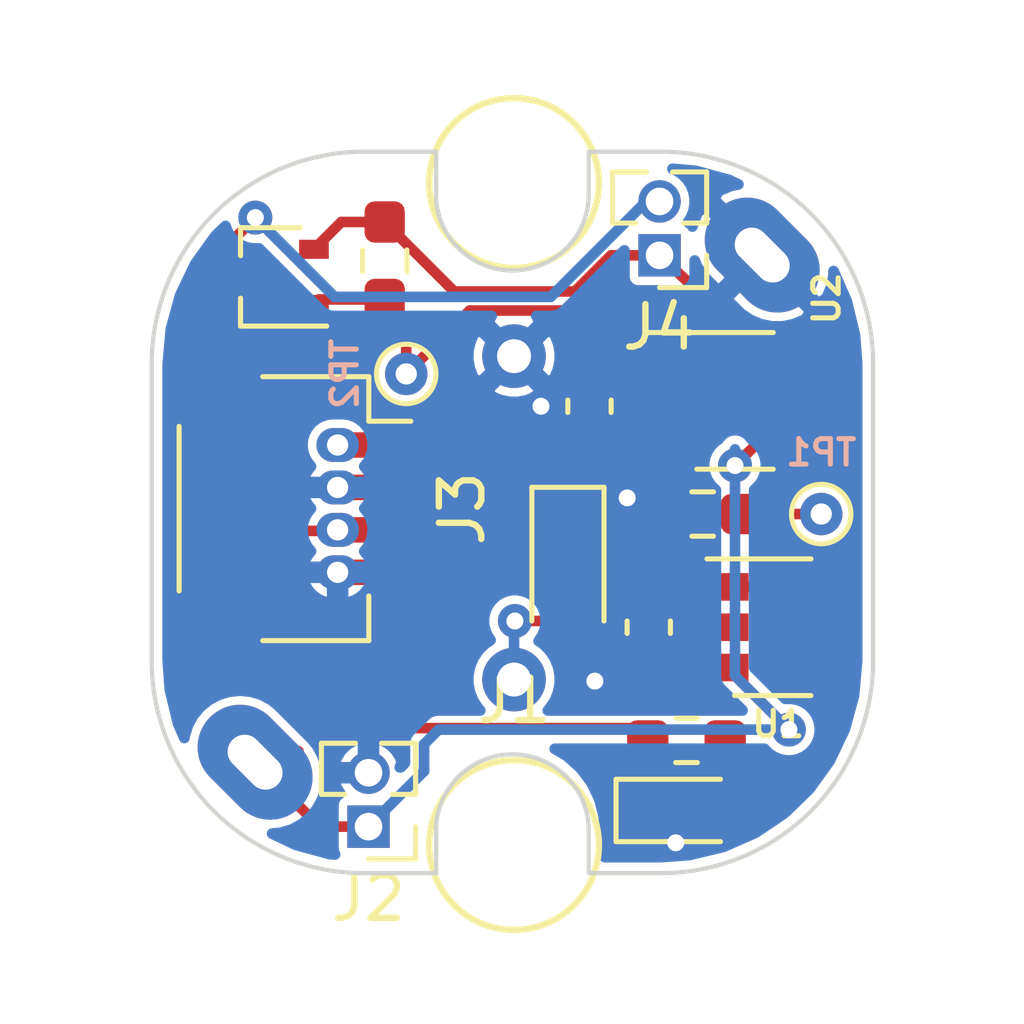
<source format=kicad_pcb>
(kicad_pcb (version 20171130) (host pcbnew 5.1.8)

  (general
    (thickness 1.6)
    (drawings 18)
    (tracks 108)
    (zones 0)
    (modules 17)
    (nets 10)
  )

  (page A4)
  (layers
    (0 F.Cu signal)
    (31 B.Cu signal)
    (32 B.Adhes user hide)
    (33 F.Adhes user)
    (34 B.Paste user hide)
    (35 F.Paste user hide)
    (36 B.SilkS user)
    (37 F.SilkS user)
    (38 B.Mask user hide)
    (39 F.Mask user hide)
    (40 Dwgs.User user)
    (41 Cmts.User user hide)
    (42 Eco1.User user)
    (43 Eco2.User user hide)
    (44 Edge.Cuts user)
    (45 Margin user hide)
    (46 B.CrtYd user hide)
    (47 F.CrtYd user)
    (48 B.Fab user hide)
    (49 F.Fab user hide)
  )

  (setup
    (last_trace_width 0.25)
    (trace_clearance 0.2)
    (zone_clearance 0.2)
    (zone_45_only no)
    (trace_min 0.2)
    (via_size 0.8)
    (via_drill 0.4)
    (via_min_size 0.4)
    (via_min_drill 0.3)
    (uvia_size 0.3)
    (uvia_drill 0.1)
    (uvias_allowed no)
    (uvia_min_size 0.2)
    (uvia_min_drill 0.1)
    (edge_width 0.05)
    (segment_width 0.2)
    (pcb_text_width 0.3)
    (pcb_text_size 1.5 1.5)
    (mod_edge_width 0.12)
    (mod_text_size 1 1)
    (mod_text_width 0.15)
    (pad_size 3 2)
    (pad_drill 1.5)
    (pad_to_mask_clearance 0)
    (aux_axis_origin 50.038 50.038)
    (visible_elements FFFFFF7F)
    (pcbplotparams
      (layerselection 0x010fc_ffffffff)
      (usegerberextensions false)
      (usegerberattributes false)
      (usegerberadvancedattributes false)
      (creategerberjobfile false)
      (excludeedgelayer true)
      (linewidth 0.100000)
      (plotframeref false)
      (viasonmask false)
      (mode 1)
      (useauxorigin true)
      (hpglpennumber 1)
      (hpglpenspeed 20)
      (hpglpendiameter 15.000000)
      (psnegative false)
      (psa4output false)
      (plotreference true)
      (plotvalue true)
      (plotinvisibletext false)
      (padsonsilk false)
      (subtractmaskfromsilk false)
      (outputformat 1)
      (mirror false)
      (drillshape 0)
      (scaleselection 1)
      (outputdirectory "out"))
  )

  (net 0 "")
  (net 1 -BATT)
  (net 2 +BATT)
  (net 3 VBUS)
  (net 4 "Net-(D1-Pad2)")
  (net 5 /TOUCH_SENSE)
  (net 6 /POWER_OUT)
  (net 7 /POWER_EN)
  (net 8 "Net-(R1-Pad1)")
  (net 9 "Net-(D2-Pad2)")

  (net_class Default "This is the default net class."
    (clearance 0.2)
    (trace_width 0.25)
    (via_dia 0.8)
    (via_drill 0.4)
    (uvia_dia 0.3)
    (uvia_drill 0.1)
    (add_net +BATT)
    (add_net -BATT)
    (add_net /POWER_EN)
    (add_net /POWER_OUT)
    (add_net /TOUCH_SENSE)
    (add_net "Net-(D1-Pad2)")
    (add_net "Net-(D2-Pad2)")
    (add_net "Net-(R1-Pad1)")
    (add_net VBUS)
  )

  (module charging:JST_SH_SM04B-SRSS-TB_1x04-1MP_P1.00mm_Horizontal (layer F.Cu) (tedit 5FBAA8A8) (tstamp 5FB19006)
    (at 44.831 49.911 270)
    (descr "JST SH series connector, SM04B-SRSS-TB (http://www.jst-mfg.com/product/pdf/eng/eSH.pdf), generated with kicad-footprint-generator")
    (tags "connector JST SH top entry")
    (path /5FB07352)
    (attr smd)
    (fp_text reference J3 (at 0 -3.98 90) (layer F.SilkS)
      (effects (font (size 1 1) (thickness 0.15)))
    )
    (fp_text value Conn_01x04 (at 0 3.98 90) (layer F.Fab)
      (effects (font (size 1 1) (thickness 0.15)))
    )
    (fp_text user %R (at 0 0 90) (layer F.Fab)
      (effects (font (size 1 1) (thickness 0.15)))
    )
    (fp_line (start -1.5 -0.967893) (end -1 -1.675) (layer F.Fab) (width 0.1))
    (fp_line (start -2 -1.675) (end -1.5 -0.967893) (layer F.Fab) (width 0.1))
    (fp_line (start 3.9 -3.28) (end -3.9 -3.28) (layer F.CrtYd) (width 0.05))
    (fp_line (start 3.9 3.28) (end 3.9 -3.28) (layer F.CrtYd) (width 0.05))
    (fp_line (start -3.9 3.28) (end 3.9 3.28) (layer F.CrtYd) (width 0.05))
    (fp_line (start -3.9 -3.28) (end -3.9 3.28) (layer F.CrtYd) (width 0.05))
    (fp_line (start 3 -1.675) (end 3 2.575) (layer F.Fab) (width 0.1))
    (fp_line (start -3 -1.675) (end -3 2.575) (layer F.Fab) (width 0.1))
    (fp_line (start -3 2.575) (end 3 2.575) (layer F.Fab) (width 0.1))
    (fp_line (start -1.94 2.685) (end 1.94 2.685) (layer F.SilkS) (width 0.12))
    (fp_line (start 3.11 -1.785) (end 2.06 -1.785) (layer F.SilkS) (width 0.12))
    (fp_line (start 3.11 0.715) (end 3.11 -1.785) (layer F.SilkS) (width 0.12))
    (fp_line (start -2.06 -1.785) (end -2.06 -2.775) (layer F.SilkS) (width 0.12))
    (fp_line (start -3.11 -1.785) (end -2.06 -1.785) (layer F.SilkS) (width 0.12))
    (fp_line (start -3.11 0.715) (end -3.11 -1.785) (layer F.SilkS) (width 0.12))
    (fp_line (start -3 -1.675) (end 3 -1.675) (layer F.Fab) (width 0.1))
    (pad 4 thru_hole oval (at 1.5 -1.05 270) (size 0.8 1) (drill 0.5) (layers *.Cu *.Mask)
      (net 1 -BATT))
    (pad 3 thru_hole oval (at 0.5 -1.05 270) (size 0.8 1) (drill 0.5) (layers *.Cu *.Mask)
      (net 6 /POWER_OUT))
    (pad 2 thru_hole oval (at -0.5 -1.05 270) (size 0.8 1) (drill 0.5) (layers *.Cu *.Mask)
      (net 1 -BATT))
    (pad 1 thru_hole oval (at -1.5 -1.05 270) (size 0.8 1) (drill 0.5) (layers *.Cu *.Mask)
      (net 5 /TOUCH_SENSE))
    (pad MP smd roundrect (at 2.8 1.875 270) (size 1.2 1.8) (layers F.Cu F.Paste F.Mask) (roundrect_rratio 0.208333))
    (pad MP smd roundrect (at -2.8 1.875 270) (size 1.2 1.8) (layers F.Cu F.Paste F.Mask) (roundrect_rratio 0.208333))
    (pad 4 smd roundrect (at 1.5 -2 270) (size 0.6 1.55) (layers F.Cu F.Paste F.Mask) (roundrect_rratio 0.25)
      (net 1 -BATT))
    (pad 3 smd roundrect (at 0.5 -2 270) (size 0.6 1.55) (layers F.Cu F.Paste F.Mask) (roundrect_rratio 0.25)
      (net 6 /POWER_OUT))
    (pad 2 smd roundrect (at -0.5 -2 270) (size 0.6 1.55) (layers F.Cu F.Paste F.Mask) (roundrect_rratio 0.25)
      (net 1 -BATT))
    (pad 1 smd roundrect (at -1.5 -2 270) (size 0.6 1.55) (layers F.Cu F.Paste F.Mask) (roundrect_rratio 0.25)
      (net 5 /TOUCH_SENSE))
    (model ${KISYS3DMOD}/Connector_JST.3dshapes/JST_SH_SM04B-SRSS-TB_1x04-1MP_P1.00mm_Horizontal.wrl
      (at (xyz 0 0 0))
      (scale (xyz 1 1 1))
      (rotate (xyz 0 0 0))
    )
  )

  (module charging:magconnect4-poweronly (layer F.Cu) (tedit 5FBAA559) (tstamp 5FB18A8F)
    (at 50.038 50.038)
    (path /5FB0528F)
    (fp_text reference J1 (at 0 4.4) (layer F.SilkS)
      (effects (font (size 1 1) (thickness 0.15)))
    )
    (fp_text value Conn_01x04 (at 0 -0.5) (layer F.Fab)
      (effects (font (size 1 1) (thickness 0.15)))
    )
    (fp_circle (center 0 -7.8) (end 2 -7.8) (layer F.SilkS) (width 0.15))
    (fp_circle (center 0 7.8) (end 2 7.8) (layer F.SilkS) (width 0.15))
    (fp_line (start -2.45 -9.9) (end 2.55 -9.9) (layer B.CrtYd) (width 0.15))
    (fp_line (start 2.55 -9.9) (end 2.55 10.1) (layer B.CrtYd) (width 0.15))
    (fp_line (start 2.55 10.1) (end -2.45 10.1) (layer B.CrtYd) (width 0.15))
    (fp_line (start -2.45 10.1) (end -2.45 -9.9) (layer B.CrtYd) (width 0.15))
    (pad 4 thru_hole circle (at 0 -3.72) (size 1.5 1.5) (drill 0.8) (layers B.Cu B.Mask)
      (net 1 -BATT))
    (pad 1 thru_hole circle (at 0 3.9) (size 1.5 1.5) (drill 0.8) (layers B.Cu B.Mask)
      (net 4 "Net-(D1-Pad2)"))
  )

  (module charging:TestPoint_THTPad_D1.0mm_Drill0.5mm (layer F.Cu) (tedit 5FBAA476) (tstamp 5FBA8988)
    (at 47.498 46.736 90)
    (descr "THT pad as test Point, diameter 1.0mm, hole diameter 0.5mm")
    (tags "test point THT pad")
    (path /5FC1BDE4)
    (attr virtual)
    (fp_text reference TP2 (at 0 -1.448 90) (layer B.SilkS)
      (effects (font (size 0.6 0.6) (thickness 0.12)) (justify mirror))
    )
    (fp_text value TestPoint (at 0 1.55 90) (layer F.Fab)
      (effects (font (size 1 1) (thickness 0.15)))
    )
    (fp_text user %R (at 0 -1.45 90) (layer F.Fab)
      (effects (font (size 1 1) (thickness 0.15)))
    )
    (fp_circle (center 0 0) (end 0 0.7) (layer F.SilkS) (width 0.12))
    (pad 1 thru_hole circle (at 0 0 90) (size 1 1) (drill 0.5) (layers *.Cu *.Mask)
      (net 7 /POWER_EN))
  )

  (module charging:TestPoint_THTPad_D1.0mm_Drill0.5mm (layer F.Cu) (tedit 5FBAA476) (tstamp 5FBA6D6B)
    (at 57.277 50.038)
    (descr "THT pad as test Point, diameter 1.0mm, hole diameter 0.5mm")
    (tags "test point THT pad")
    (path /5FC1E27F)
    (attr virtual)
    (fp_text reference TP1 (at 0 -1.448) (layer B.SilkS)
      (effects (font (size 0.6 0.6) (thickness 0.12)) (justify mirror))
    )
    (fp_text value TestPoint (at 0 1.55) (layer F.Fab)
      (effects (font (size 1 1) (thickness 0.15)))
    )
    (fp_text user %R (at 0 -1.45) (layer F.Fab)
      (effects (font (size 1 1) (thickness 0.15)))
    )
    (fp_circle (center 0 0) (end 0 0.7) (layer F.SilkS) (width 0.12))
    (pad 1 thru_hole circle (at 0 0) (size 1 1) (drill 0.5) (layers *.Cu *.Mask)
      (net 8 "Net-(R1-Pad1)"))
  )

  (module charging:batt-lir-2012 (layer F.Cu) (tedit 5FB181EC) (tstamp 5FBB1C07)
    (at 49.911 49.911 135)
    (path /5FB07F1B)
    (fp_text reference BT1 (at 0 0.5 135) (layer F.SilkS) hide
      (effects (font (size 1 1) (thickness 0.15)))
    )
    (fp_text value Battery_Cell (at 0 -0.5 135) (layer F.Fab)
      (effects (font (size 1 1) (thickness 0.15)))
    )
    (fp_circle (center 0 0) (end 8 0) (layer Cmts.User) (width 0.15))
    (pad 2 thru_hole oval (at 0 8.45 135) (size 3 2) (drill oval 1.5 0.8) (layers *.Cu *.Mask)
      (net 1 -BATT))
    (pad 1 thru_hole oval (at 0 -8.45 135) (size 3 2) (drill oval 1.5 0.8) (layers *.Cu *.Mask)
      (net 2 +BATT))
  )

  (module Connector_PinHeader_1.27mm:PinHeader_1x02_P1.27mm_Vertical (layer F.Cu) (tedit 59FED6E3) (tstamp 5FB1735D)
    (at 53.467 43.942 180)
    (descr "Through hole straight pin header, 1x02, 1.27mm pitch, single row")
    (tags "Through hole pin header THT 1x02 1.27mm single row")
    (path /5FB077D2)
    (fp_text reference J4 (at 0 -1.695) (layer F.SilkS)
      (effects (font (size 1 1) (thickness 0.15)))
    )
    (fp_text value Conn_01x02 (at 0 2.965) (layer F.Fab)
      (effects (font (size 1 1) (thickness 0.15)))
    )
    (fp_line (start -0.525 -0.635) (end 1.05 -0.635) (layer F.Fab) (width 0.1))
    (fp_line (start 1.05 -0.635) (end 1.05 1.905) (layer F.Fab) (width 0.1))
    (fp_line (start 1.05 1.905) (end -1.05 1.905) (layer F.Fab) (width 0.1))
    (fp_line (start -1.05 1.905) (end -1.05 -0.11) (layer F.Fab) (width 0.1))
    (fp_line (start -1.05 -0.11) (end -0.525 -0.635) (layer F.Fab) (width 0.1))
    (fp_line (start -1.11 1.965) (end -0.30753 1.965) (layer F.SilkS) (width 0.12))
    (fp_line (start 0.30753 1.965) (end 1.11 1.965) (layer F.SilkS) (width 0.12))
    (fp_line (start -1.11 0.76) (end -1.11 1.965) (layer F.SilkS) (width 0.12))
    (fp_line (start 1.11 0.76) (end 1.11 1.965) (layer F.SilkS) (width 0.12))
    (fp_line (start -1.11 0.76) (end -0.563471 0.76) (layer F.SilkS) (width 0.12))
    (fp_line (start 0.563471 0.76) (end 1.11 0.76) (layer F.SilkS) (width 0.12))
    (fp_line (start -1.11 0) (end -1.11 -0.76) (layer F.SilkS) (width 0.12))
    (fp_line (start -1.11 -0.76) (end 0 -0.76) (layer F.SilkS) (width 0.12))
    (fp_line (start -1.55 -1.15) (end -1.55 2.45) (layer F.CrtYd) (width 0.05))
    (fp_line (start -1.55 2.45) (end 1.55 2.45) (layer F.CrtYd) (width 0.05))
    (fp_line (start 1.55 2.45) (end 1.55 -1.15) (layer F.CrtYd) (width 0.05))
    (fp_line (start 1.55 -1.15) (end -1.55 -1.15) (layer F.CrtYd) (width 0.05))
    (fp_text user %R (at 0 0.635 90) (layer F.Fab)
      (effects (font (size 1 1) (thickness 0.15)))
    )
    (pad 2 thru_hole oval (at 0 1.27 180) (size 1 1) (drill 0.65) (layers *.Cu *.Mask)
      (net 6 /POWER_OUT))
    (pad 1 thru_hole rect (at 0 0 180) (size 1 1) (drill 0.65) (layers *.Cu *.Mask)
      (net 2 +BATT))
    (model ${KISYS3DMOD}/Connector_PinHeader_1.27mm.3dshapes/PinHeader_1x02_P1.27mm_Vertical.wrl
      (at (xyz 0 0 0))
      (scale (xyz 1 1 1))
      (rotate (xyz 0 0 0))
    )
  )

  (module Connector_PinHeader_1.27mm:PinHeader_1x02_P1.27mm_Vertical (layer F.Cu) (tedit 59FED6E3) (tstamp 5FB1A1FC)
    (at 46.609 57.404 180)
    (descr "Through hole straight pin header, 1x02, 1.27mm pitch, single row")
    (tags "Through hole pin header THT 1x02 1.27mm single row")
    (path /5FB06D6D)
    (fp_text reference J2 (at 0 -1.695) (layer F.SilkS)
      (effects (font (size 1 1) (thickness 0.15)))
    )
    (fp_text value Conn_01x02 (at 0 2.965) (layer F.Fab)
      (effects (font (size 1 1) (thickness 0.15)))
    )
    (fp_line (start -0.525 -0.635) (end 1.05 -0.635) (layer F.Fab) (width 0.1))
    (fp_line (start 1.05 -0.635) (end 1.05 1.905) (layer F.Fab) (width 0.1))
    (fp_line (start 1.05 1.905) (end -1.05 1.905) (layer F.Fab) (width 0.1))
    (fp_line (start -1.05 1.905) (end -1.05 -0.11) (layer F.Fab) (width 0.1))
    (fp_line (start -1.05 -0.11) (end -0.525 -0.635) (layer F.Fab) (width 0.1))
    (fp_line (start -1.11 1.965) (end -0.30753 1.965) (layer F.SilkS) (width 0.12))
    (fp_line (start 0.30753 1.965) (end 1.11 1.965) (layer F.SilkS) (width 0.12))
    (fp_line (start -1.11 0.76) (end -1.11 1.965) (layer F.SilkS) (width 0.12))
    (fp_line (start 1.11 0.76) (end 1.11 1.965) (layer F.SilkS) (width 0.12))
    (fp_line (start -1.11 0.76) (end -0.563471 0.76) (layer F.SilkS) (width 0.12))
    (fp_line (start 0.563471 0.76) (end 1.11 0.76) (layer F.SilkS) (width 0.12))
    (fp_line (start -1.11 0) (end -1.11 -0.76) (layer F.SilkS) (width 0.12))
    (fp_line (start -1.11 -0.76) (end 0 -0.76) (layer F.SilkS) (width 0.12))
    (fp_line (start -1.55 -1.15) (end -1.55 2.45) (layer F.CrtYd) (width 0.05))
    (fp_line (start -1.55 2.45) (end 1.55 2.45) (layer F.CrtYd) (width 0.05))
    (fp_line (start 1.55 2.45) (end 1.55 -1.15) (layer F.CrtYd) (width 0.05))
    (fp_line (start 1.55 -1.15) (end -1.55 -1.15) (layer F.CrtYd) (width 0.05))
    (fp_text user %R (at 0 0.635 90) (layer F.Fab)
      (effects (font (size 1 1) (thickness 0.15)))
    )
    (pad 2 thru_hole oval (at 0 1.27 180) (size 1 1) (drill 0.65) (layers *.Cu *.Mask)
      (net 1 -BATT))
    (pad 1 thru_hole rect (at 0 0 180) (size 1 1) (drill 0.65) (layers *.Cu *.Mask)
      (net 2 +BATT))
    (model ${KISYS3DMOD}/Connector_PinHeader_1.27mm.3dshapes/PinHeader_1x02_P1.27mm_Vertical.wrl
      (at (xyz 0 0 0))
      (scale (xyz 1 1 1))
      (rotate (xyz 0 0 0))
    )
  )

  (module Resistor_SMD:R_0603_1608Metric_Pad0.98x0.95mm_HandSolder (layer F.Cu) (tedit 5F68FEEE) (tstamp 5FBA6DF5)
    (at 54.483 50.038 180)
    (descr "Resistor SMD 0603 (1608 Metric), square (rectangular) end terminal, IPC_7351 nominal with elongated pad for handsoldering. (Body size source: IPC-SM-782 page 72, https://www.pcb-3d.com/wordpress/wp-content/uploads/ipc-sm-782a_amendment_1_and_2.pdf), generated with kicad-footprint-generator")
    (tags "resistor handsolder")
    (path /5FB16D60)
    (attr smd)
    (fp_text reference R1 (at 0 -1.43) (layer F.SilkS) hide
      (effects (font (size 1 1) (thickness 0.15)))
    )
    (fp_text value 22k (at 0 1.43) (layer F.Fab)
      (effects (font (size 1 1) (thickness 0.15)))
    )
    (fp_line (start -0.8 0.4125) (end -0.8 -0.4125) (layer F.Fab) (width 0.1))
    (fp_line (start -0.8 -0.4125) (end 0.8 -0.4125) (layer F.Fab) (width 0.1))
    (fp_line (start 0.8 -0.4125) (end 0.8 0.4125) (layer F.Fab) (width 0.1))
    (fp_line (start 0.8 0.4125) (end -0.8 0.4125) (layer F.Fab) (width 0.1))
    (fp_line (start -0.254724 -0.5225) (end 0.254724 -0.5225) (layer F.SilkS) (width 0.12))
    (fp_line (start -0.254724 0.5225) (end 0.254724 0.5225) (layer F.SilkS) (width 0.12))
    (fp_line (start -1.65 0.73) (end -1.65 -0.73) (layer F.CrtYd) (width 0.05))
    (fp_line (start -1.65 -0.73) (end 1.65 -0.73) (layer F.CrtYd) (width 0.05))
    (fp_line (start 1.65 -0.73) (end 1.65 0.73) (layer F.CrtYd) (width 0.05))
    (fp_line (start 1.65 0.73) (end -1.65 0.73) (layer F.CrtYd) (width 0.05))
    (fp_text user %R (at 0 0) (layer F.Fab)
      (effects (font (size 0.4 0.4) (thickness 0.06)))
    )
    (pad 2 smd roundrect (at 0.9125 0 180) (size 0.975 0.95) (layers F.Cu F.Paste F.Mask) (roundrect_rratio 0.25)
      (net 1 -BATT))
    (pad 1 smd roundrect (at -0.9125 0 180) (size 0.975 0.95) (layers F.Cu F.Paste F.Mask) (roundrect_rratio 0.25)
      (net 8 "Net-(R1-Pad1)"))
    (model ${KISYS3DMOD}/Resistor_SMD.3dshapes/R_0603_1608Metric.wrl
      (at (xyz 0 0 0))
      (scale (xyz 1 1 1))
      (rotate (xyz 0 0 0))
    )
  )

  (module Package_TO_SOT_SMD:SOT-323_SC-70 (layer F.Cu) (tedit 5A02FF57) (tstamp 5FB1CDE4)
    (at 44.323 44.45 180)
    (descr "SOT-323, SC-70")
    (tags "SOT-323 SC-70")
    (path /5FB4D011)
    (attr smd)
    (fp_text reference Q1 (at -0.05 -1.95) (layer F.SilkS) hide
      (effects (font (size 1 1) (thickness 0.15)))
    )
    (fp_text value "PMOS SOT223" (at -0.05 2.05) (layer F.Fab)
      (effects (font (size 1 1) (thickness 0.15)))
    )
    (fp_line (start 0.73 0.5) (end 0.73 1.16) (layer F.SilkS) (width 0.12))
    (fp_line (start 0.73 -1.16) (end 0.73 -0.5) (layer F.SilkS) (width 0.12))
    (fp_line (start 1.7 1.3) (end -1.7 1.3) (layer F.CrtYd) (width 0.05))
    (fp_line (start 1.7 -1.3) (end 1.7 1.3) (layer F.CrtYd) (width 0.05))
    (fp_line (start -1.7 -1.3) (end 1.7 -1.3) (layer F.CrtYd) (width 0.05))
    (fp_line (start -1.7 1.3) (end -1.7 -1.3) (layer F.CrtYd) (width 0.05))
    (fp_line (start 0.73 -1.16) (end -1.3 -1.16) (layer F.SilkS) (width 0.12))
    (fp_line (start -0.68 1.16) (end 0.73 1.16) (layer F.SilkS) (width 0.12))
    (fp_line (start 0.67 -1.1) (end -0.18 -1.1) (layer F.Fab) (width 0.1))
    (fp_line (start -0.68 -0.6) (end -0.68 1.1) (layer F.Fab) (width 0.1))
    (fp_line (start 0.67 -1.1) (end 0.67 1.1) (layer F.Fab) (width 0.1))
    (fp_line (start 0.67 1.1) (end -0.68 1.1) (layer F.Fab) (width 0.1))
    (fp_line (start -0.18 -1.1) (end -0.68 -0.6) (layer F.Fab) (width 0.1))
    (fp_text user %R (at 0 0 90) (layer F.Fab)
      (effects (font (size 0.5 0.5) (thickness 0.075)))
    )
    (pad 3 smd rect (at 1 0 90) (size 0.45 0.7) (layers F.Cu F.Paste F.Mask)
      (net 6 /POWER_OUT))
    (pad 2 smd rect (at -1 0.65 90) (size 0.45 0.7) (layers F.Cu F.Paste F.Mask)
      (net 2 +BATT))
    (pad 1 smd rect (at -1 -0.65 90) (size 0.45 0.7) (layers F.Cu F.Paste F.Mask)
      (net 7 /POWER_EN))
    (model ${KISYS3DMOD}/Package_TO_SOT_SMD.3dshapes/SOT-323_SC-70.wrl
      (at (xyz 0 0 0))
      (scale (xyz 1 1 1))
      (rotate (xyz 0 0 0))
    )
  )

  (module Package_TO_SOT_SMD:SOT-23-5 (layer F.Cu) (tedit 5A02FF57) (tstamp 5FBA6CFD)
    (at 56.134 52.705)
    (descr "5-pin SOT23 package")
    (tags SOT-23-5)
    (path /5FB086DA)
    (attr smd)
    (fp_text reference U1 (at 0.127 2.286) (layer F.SilkS)
      (effects (font (size 0.6 0.6) (thickness 0.12)))
    )
    (fp_text value MCP73812T-420I-OT (at 0 2.9) (layer F.Fab)
      (effects (font (size 1 1) (thickness 0.15)))
    )
    (fp_line (start -0.9 1.61) (end 0.9 1.61) (layer F.SilkS) (width 0.12))
    (fp_line (start 0.9 -1.61) (end -1.55 -1.61) (layer F.SilkS) (width 0.12))
    (fp_line (start -1.9 -1.8) (end 1.9 -1.8) (layer F.CrtYd) (width 0.05))
    (fp_line (start 1.9 -1.8) (end 1.9 1.8) (layer F.CrtYd) (width 0.05))
    (fp_line (start 1.9 1.8) (end -1.9 1.8) (layer F.CrtYd) (width 0.05))
    (fp_line (start -1.9 1.8) (end -1.9 -1.8) (layer F.CrtYd) (width 0.05))
    (fp_line (start -0.9 -0.9) (end -0.25 -1.55) (layer F.Fab) (width 0.1))
    (fp_line (start 0.9 -1.55) (end -0.25 -1.55) (layer F.Fab) (width 0.1))
    (fp_line (start -0.9 -0.9) (end -0.9 1.55) (layer F.Fab) (width 0.1))
    (fp_line (start 0.9 1.55) (end -0.9 1.55) (layer F.Fab) (width 0.1))
    (fp_line (start 0.9 -1.55) (end 0.9 1.55) (layer F.Fab) (width 0.1))
    (fp_text user %R (at 0 0 90) (layer F.Fab)
      (effects (font (size 0.5 0.5) (thickness 0.075)))
    )
    (pad 5 smd rect (at 1.1 -0.95) (size 1.06 0.65) (layers F.Cu F.Paste F.Mask)
      (net 8 "Net-(R1-Pad1)"))
    (pad 4 smd rect (at 1.1 0.95) (size 1.06 0.65) (layers F.Cu F.Paste F.Mask)
      (net 3 VBUS))
    (pad 3 smd rect (at -1.1 0.95) (size 1.06 0.65) (layers F.Cu F.Paste F.Mask)
      (net 2 +BATT))
    (pad 2 smd rect (at -1.1 0) (size 1.06 0.65) (layers F.Cu F.Paste F.Mask)
      (net 1 -BATT))
    (pad 1 smd rect (at -1.1 -0.95) (size 1.06 0.65) (layers F.Cu F.Paste F.Mask)
      (net 3 VBUS))
    (model ${KISYS3DMOD}/Package_TO_SOT_SMD.3dshapes/SOT-23-5.wrl
      (at (xyz 0 0 0))
      (scale (xyz 1 1 1))
      (rotate (xyz 0 0 0))
    )
  )

  (module Resistor_SMD:R_0603_1608Metric_Pad0.98x0.95mm_HandSolder (layer F.Cu) (tedit 5F68FEEE) (tstamp 5FBA6D8F)
    (at 54.102 55.372)
    (descr "Resistor SMD 0603 (1608 Metric), square (rectangular) end terminal, IPC_7351 nominal with elongated pad for handsoldering. (Body size source: IPC-SM-782 page 72, https://www.pcb-3d.com/wordpress/wp-content/uploads/ipc-sm-782a_amendment_1_and_2.pdf), generated with kicad-footprint-generator")
    (tags "resistor handsolder")
    (path /5FBA5439)
    (attr smd)
    (fp_text reference R3 (at 0 0.127) (layer F.SilkS) hide
      (effects (font (size 1 1) (thickness 0.15)))
    )
    (fp_text value 1k2 (at 0 1.43) (layer F.Fab)
      (effects (font (size 1 1) (thickness 0.15)))
    )
    (fp_line (start -0.8 0.4125) (end -0.8 -0.4125) (layer F.Fab) (width 0.1))
    (fp_line (start -0.8 -0.4125) (end 0.8 -0.4125) (layer F.Fab) (width 0.1))
    (fp_line (start 0.8 -0.4125) (end 0.8 0.4125) (layer F.Fab) (width 0.1))
    (fp_line (start 0.8 0.4125) (end -0.8 0.4125) (layer F.Fab) (width 0.1))
    (fp_line (start -0.254724 -0.5225) (end 0.254724 -0.5225) (layer F.SilkS) (width 0.12))
    (fp_line (start -0.254724 0.5225) (end 0.254724 0.5225) (layer F.SilkS) (width 0.12))
    (fp_line (start -1.65 0.73) (end -1.65 -0.73) (layer F.CrtYd) (width 0.05))
    (fp_line (start -1.65 -0.73) (end 1.65 -0.73) (layer F.CrtYd) (width 0.05))
    (fp_line (start 1.65 -0.73) (end 1.65 0.73) (layer F.CrtYd) (width 0.05))
    (fp_line (start 1.65 0.73) (end -1.65 0.73) (layer F.CrtYd) (width 0.05))
    (fp_text user %R (at 0 0 180) (layer F.Fab)
      (effects (font (size 0.4 0.4) (thickness 0.06)))
    )
    (pad 2 smd roundrect (at 0.9125 0) (size 0.975 0.95) (layers F.Cu F.Paste F.Mask) (roundrect_rratio 0.25)
      (net 9 "Net-(D2-Pad2)"))
    (pad 1 smd roundrect (at -0.9125 0) (size 0.975 0.95) (layers F.Cu F.Paste F.Mask) (roundrect_rratio 0.25)
      (net 6 /POWER_OUT))
    (model ${KISYS3DMOD}/Resistor_SMD.3dshapes/R_0603_1608Metric.wrl
      (at (xyz 0 0 0))
      (scale (xyz 1 1 1))
      (rotate (xyz 0 0 0))
    )
  )

  (module LED_SMD:LED_0603_1608Metric_Pad1.05x0.95mm_HandSolder (layer F.Cu) (tedit 5F68FEF1) (tstamp 5FBA6D3D)
    (at 54.102 57.023)
    (descr "LED SMD 0603 (1608 Metric), square (rectangular) end terminal, IPC_7351 nominal, (Body size source: http://www.tortai-tech.com/upload/download/2011102023233369053.pdf), generated with kicad-footprint-generator")
    (tags "LED handsolder")
    (path /5FBA387A)
    (attr smd)
    (fp_text reference D2 (at 0 0) (layer F.SilkS) hide
      (effects (font (size 1 1) (thickness 0.15)))
    )
    (fp_text value LED (at 0 1.43) (layer F.Fab)
      (effects (font (size 1 1) (thickness 0.15)))
    )
    (fp_line (start 0.8 -0.4) (end -0.5 -0.4) (layer F.Fab) (width 0.1))
    (fp_line (start -0.5 -0.4) (end -0.8 -0.1) (layer F.Fab) (width 0.1))
    (fp_line (start -0.8 -0.1) (end -0.8 0.4) (layer F.Fab) (width 0.1))
    (fp_line (start -0.8 0.4) (end 0.8 0.4) (layer F.Fab) (width 0.1))
    (fp_line (start 0.8 0.4) (end 0.8 -0.4) (layer F.Fab) (width 0.1))
    (fp_line (start 0.8 -0.735) (end -1.66 -0.735) (layer F.SilkS) (width 0.12))
    (fp_line (start -1.66 -0.735) (end -1.66 0.735) (layer F.SilkS) (width 0.12))
    (fp_line (start -1.66 0.735) (end 0.8 0.735) (layer F.SilkS) (width 0.12))
    (fp_line (start -1.65 0.73) (end -1.65 -0.73) (layer F.CrtYd) (width 0.05))
    (fp_line (start -1.65 -0.73) (end 1.65 -0.73) (layer F.CrtYd) (width 0.05))
    (fp_line (start 1.65 -0.73) (end 1.65 0.73) (layer F.CrtYd) (width 0.05))
    (fp_line (start 1.65 0.73) (end -1.65 0.73) (layer F.CrtYd) (width 0.05))
    (fp_text user %R (at 0 0) (layer F.Fab)
      (effects (font (size 0.4 0.4) (thickness 0.06)))
    )
    (pad 2 smd roundrect (at 0.875 0) (size 1.05 0.95) (layers F.Cu F.Paste F.Mask) (roundrect_rratio 0.25)
      (net 9 "Net-(D2-Pad2)"))
    (pad 1 smd roundrect (at -0.875 0) (size 1.05 0.95) (layers F.Cu F.Paste F.Mask) (roundrect_rratio 0.25)
      (net 1 -BATT))
    (model ${KISYS3DMOD}/LED_SMD.3dshapes/LED_0603_1608Metric.wrl
      (at (xyz 0 0 0))
      (scale (xyz 1 1 1))
      (rotate (xyz 0 0 0))
    )
  )

  (module Capacitor_SMD:C_0603_1608Metric_Pad1.08x0.95mm_HandSolder (layer F.Cu) (tedit 5F68FEEF) (tstamp 5FBA6CAB)
    (at 53.213 52.705 270)
    (descr "Capacitor SMD 0603 (1608 Metric), square (rectangular) end terminal, IPC_7351 nominal with elongated pad for handsoldering. (Body size source: IPC-SM-782 page 76, https://www.pcb-3d.com/wordpress/wp-content/uploads/ipc-sm-782a_amendment_1_and_2.pdf), generated with kicad-footprint-generator")
    (tags "capacitor handsolder")
    (path /5FB189B7)
    (attr smd)
    (fp_text reference C1 (at 0 -1.43 90) (layer F.SilkS) hide
      (effects (font (size 1 1) (thickness 0.15)))
    )
    (fp_text value C (at 0 1.43 90) (layer F.Fab)
      (effects (font (size 1 1) (thickness 0.15)))
    )
    (fp_line (start -0.8 0.4) (end -0.8 -0.4) (layer F.Fab) (width 0.1))
    (fp_line (start -0.8 -0.4) (end 0.8 -0.4) (layer F.Fab) (width 0.1))
    (fp_line (start 0.8 -0.4) (end 0.8 0.4) (layer F.Fab) (width 0.1))
    (fp_line (start 0.8 0.4) (end -0.8 0.4) (layer F.Fab) (width 0.1))
    (fp_line (start -0.146267 -0.51) (end 0.146267 -0.51) (layer F.SilkS) (width 0.12))
    (fp_line (start -0.146267 0.51) (end 0.146267 0.51) (layer F.SilkS) (width 0.12))
    (fp_line (start -1.65 0.73) (end -1.65 -0.73) (layer F.CrtYd) (width 0.05))
    (fp_line (start -1.65 -0.73) (end 1.65 -0.73) (layer F.CrtYd) (width 0.05))
    (fp_line (start 1.65 -0.73) (end 1.65 0.73) (layer F.CrtYd) (width 0.05))
    (fp_line (start 1.65 0.73) (end -1.65 0.73) (layer F.CrtYd) (width 0.05))
    (fp_text user %R (at 0 0 90) (layer F.Fab)
      (effects (font (size 0.4 0.4) (thickness 0.06)))
    )
    (pad 2 smd roundrect (at 0.8625 0 270) (size 1.075 0.95) (layers F.Cu F.Paste F.Mask) (roundrect_rratio 0.25)
      (net 1 -BATT))
    (pad 1 smd roundrect (at -0.8625 0 270) (size 1.075 0.95) (layers F.Cu F.Paste F.Mask) (roundrect_rratio 0.25)
      (net 3 VBUS))
    (model ${KISYS3DMOD}/Capacitor_SMD.3dshapes/C_0603_1608Metric.wrl
      (at (xyz 0 0 0))
      (scale (xyz 1 1 1))
      (rotate (xyz 0 0 0))
    )
  )

  (module Resistor_SMD:R_0603_1608Metric_Pad0.98x0.95mm_HandSolder (layer F.Cu) (tedit 5F68FEEE) (tstamp 5FB1D0AC)
    (at 46.99 44.069 270)
    (descr "Resistor SMD 0603 (1608 Metric), square (rectangular) end terminal, IPC_7351 nominal with elongated pad for handsoldering. (Body size source: IPC-SM-782 page 72, https://www.pcb-3d.com/wordpress/wp-content/uploads/ipc-sm-782a_amendment_1_and_2.pdf), generated with kicad-footprint-generator")
    (tags "resistor handsolder")
    (path /5FB50C7D)
    (attr smd)
    (fp_text reference R2 (at 0 1.397 90) (layer F.SilkS) hide
      (effects (font (size 1 1) (thickness 0.15)))
    )
    (fp_text value 22k (at 0 1.43 90) (layer F.Fab)
      (effects (font (size 1 1) (thickness 0.15)))
    )
    (fp_line (start -0.8 0.4125) (end -0.8 -0.4125) (layer F.Fab) (width 0.1))
    (fp_line (start -0.8 -0.4125) (end 0.8 -0.4125) (layer F.Fab) (width 0.1))
    (fp_line (start 0.8 -0.4125) (end 0.8 0.4125) (layer F.Fab) (width 0.1))
    (fp_line (start 0.8 0.4125) (end -0.8 0.4125) (layer F.Fab) (width 0.1))
    (fp_line (start -0.254724 -0.5225) (end 0.254724 -0.5225) (layer F.SilkS) (width 0.12))
    (fp_line (start -0.254724 0.5225) (end 0.254724 0.5225) (layer F.SilkS) (width 0.12))
    (fp_line (start -1.65 0.73) (end -1.65 -0.73) (layer F.CrtYd) (width 0.05))
    (fp_line (start -1.65 -0.73) (end 1.65 -0.73) (layer F.CrtYd) (width 0.05))
    (fp_line (start 1.65 -0.73) (end 1.65 0.73) (layer F.CrtYd) (width 0.05))
    (fp_line (start 1.65 0.73) (end -1.65 0.73) (layer F.CrtYd) (width 0.05))
    (fp_text user %R (at 0 0 90) (layer F.Fab)
      (effects (font (size 0.4 0.4) (thickness 0.06)))
    )
    (pad 2 smd roundrect (at 0.9125 0 270) (size 0.975 0.95) (layers F.Cu F.Paste F.Mask) (roundrect_rratio 0.25)
      (net 7 /POWER_EN))
    (pad 1 smd roundrect (at -0.9125 0 270) (size 0.975 0.95) (layers F.Cu F.Paste F.Mask) (roundrect_rratio 0.25)
      (net 2 +BATT))
    (model ${KISYS3DMOD}/Resistor_SMD.3dshapes/R_0603_1608Metric.wrl
      (at (xyz 0 0 0))
      (scale (xyz 1 1 1))
      (rotate (xyz 0 0 0))
    )
  )

  (module Package_TO_SOT_SMD:SOT-23-6_Handsoldering (layer F.Cu) (tedit 5A02FF57) (tstamp 5FBA6E2A)
    (at 55.245 47.371)
    (descr "6-pin SOT-23 package, Handsoldering")
    (tags "SOT-23-6 Handsoldering")
    (path /5FB2FFE2)
    (attr smd)
    (fp_text reference U2 (at 2.159 -2.413 270) (layer F.SilkS)
      (effects (font (size 0.6 0.6) (thickness 0.12)))
    )
    (fp_text value TPP223-BA6 (at 0 2.9) (layer F.Fab)
      (effects (font (size 1 1) (thickness 0.15)))
    )
    (fp_line (start -0.9 1.61) (end 0.9 1.61) (layer F.SilkS) (width 0.12))
    (fp_line (start 0.9 -1.61) (end -2.05 -1.61) (layer F.SilkS) (width 0.12))
    (fp_line (start -2.4 1.8) (end -2.4 -1.8) (layer F.CrtYd) (width 0.05))
    (fp_line (start 2.4 1.8) (end -2.4 1.8) (layer F.CrtYd) (width 0.05))
    (fp_line (start 2.4 -1.8) (end 2.4 1.8) (layer F.CrtYd) (width 0.05))
    (fp_line (start -2.4 -1.8) (end 2.4 -1.8) (layer F.CrtYd) (width 0.05))
    (fp_line (start -0.9 -0.9) (end -0.25 -1.55) (layer F.Fab) (width 0.1))
    (fp_line (start 0.9 -1.55) (end -0.25 -1.55) (layer F.Fab) (width 0.1))
    (fp_line (start -0.9 -0.9) (end -0.9 1.55) (layer F.Fab) (width 0.1))
    (fp_line (start 0.9 1.55) (end -0.9 1.55) (layer F.Fab) (width 0.1))
    (fp_line (start 0.9 -1.55) (end 0.9 1.55) (layer F.Fab) (width 0.1))
    (fp_text user %R (at 0 0 90) (layer F.Fab)
      (effects (font (size 0.5 0.5) (thickness 0.075)))
    )
    (pad 5 smd rect (at 1.35 0) (size 1.56 0.65) (layers F.Cu F.Paste F.Mask)
      (net 2 +BATT))
    (pad 6 smd rect (at 1.35 -0.95) (size 1.56 0.65) (layers F.Cu F.Paste F.Mask)
      (net 2 +BATT))
    (pad 4 smd rect (at 1.35 0.95) (size 1.56 0.65) (layers F.Cu F.Paste F.Mask)
      (net 2 +BATT))
    (pad 3 smd rect (at -1.35 0.95) (size 1.56 0.65) (layers F.Cu F.Paste F.Mask)
      (net 5 /TOUCH_SENSE))
    (pad 2 smd rect (at -1.35 0) (size 1.56 0.65) (layers F.Cu F.Paste F.Mask)
      (net 1 -BATT))
    (pad 1 smd rect (at -1.35 -0.95) (size 1.56 0.65) (layers F.Cu F.Paste F.Mask)
      (net 7 /POWER_EN))
    (model ${KISYS3DMOD}/Package_TO_SOT_SMD.3dshapes/SOT-23-6.wrl
      (at (xyz 0 0 0))
      (scale (xyz 1 1 1))
      (rotate (xyz 0 0 0))
    )
  )

  (module Diode_SMD:D_SOD-323_HandSoldering (layer F.Cu) (tedit 58641869) (tstamp 5FBA6C6D)
    (at 51.308 51.308 270)
    (descr SOD-323)
    (tags SOD-323)
    (path /5FB2749B)
    (attr smd)
    (fp_text reference D1 (at 0 -1.85 90) (layer F.SilkS) hide
      (effects (font (size 1 1) (thickness 0.15)))
    )
    (fp_text value D_Schottky (at 0.1 1.9 90) (layer F.Fab)
      (effects (font (size 1 1) (thickness 0.15)))
    )
    (fp_line (start -1.9 -0.85) (end -1.9 0.85) (layer F.SilkS) (width 0.12))
    (fp_line (start 0.2 0) (end 0.45 0) (layer F.Fab) (width 0.1))
    (fp_line (start 0.2 0.35) (end -0.3 0) (layer F.Fab) (width 0.1))
    (fp_line (start 0.2 -0.35) (end 0.2 0.35) (layer F.Fab) (width 0.1))
    (fp_line (start -0.3 0) (end 0.2 -0.35) (layer F.Fab) (width 0.1))
    (fp_line (start -0.3 0) (end -0.5 0) (layer F.Fab) (width 0.1))
    (fp_line (start -0.3 -0.35) (end -0.3 0.35) (layer F.Fab) (width 0.1))
    (fp_line (start -0.9 0.7) (end -0.9 -0.7) (layer F.Fab) (width 0.1))
    (fp_line (start 0.9 0.7) (end -0.9 0.7) (layer F.Fab) (width 0.1))
    (fp_line (start 0.9 -0.7) (end 0.9 0.7) (layer F.Fab) (width 0.1))
    (fp_line (start -0.9 -0.7) (end 0.9 -0.7) (layer F.Fab) (width 0.1))
    (fp_line (start -2 -0.95) (end 2 -0.95) (layer F.CrtYd) (width 0.05))
    (fp_line (start 2 -0.95) (end 2 0.95) (layer F.CrtYd) (width 0.05))
    (fp_line (start -2 0.95) (end 2 0.95) (layer F.CrtYd) (width 0.05))
    (fp_line (start -2 -0.95) (end -2 0.95) (layer F.CrtYd) (width 0.05))
    (fp_line (start -1.9 0.85) (end 1.25 0.85) (layer F.SilkS) (width 0.12))
    (fp_line (start -1.9 -0.85) (end 1.25 -0.85) (layer F.SilkS) (width 0.12))
    (fp_text user %R (at 0 -1.85 90) (layer F.Fab)
      (effects (font (size 1 1) (thickness 0.15)))
    )
    (pad 2 smd rect (at 1.25 0 270) (size 1 1) (layers F.Cu F.Paste F.Mask)
      (net 4 "Net-(D1-Pad2)"))
    (pad 1 smd rect (at -1.25 0 270) (size 1 1) (layers F.Cu F.Paste F.Mask)
      (net 3 VBUS))
    (model ${KISYS3DMOD}/Diode_SMD.3dshapes/D_SOD-323.wrl
      (at (xyz 0 0 0))
      (scale (xyz 1 1 1))
      (rotate (xyz 0 0 0))
    )
  )

  (module Capacitor_SMD:C_0603_1608Metric_Pad1.08x0.95mm_HandSolder (layer F.Cu) (tedit 5F68FEEF) (tstamp 5FBA6DC5)
    (at 51.816 47.498 90)
    (descr "Capacitor SMD 0603 (1608 Metric), square (rectangular) end terminal, IPC_7351 nominal with elongated pad for handsoldering. (Body size source: IPC-SM-782 page 76, https://www.pcb-3d.com/wordpress/wp-content/uploads/ipc-sm-782a_amendment_1_and_2.pdf), generated with kicad-footprint-generator")
    (tags "capacitor handsolder")
    (path /5FBDB6D1)
    (attr smd)
    (fp_text reference C2 (at 0 -1.43 90) (layer F.SilkS) hide
      (effects (font (size 1 1) (thickness 0.15)))
    )
    (fp_text value C (at 0 1.43 90) (layer F.Fab)
      (effects (font (size 1 1) (thickness 0.15)))
    )
    (fp_line (start -0.8 0.4) (end -0.8 -0.4) (layer F.Fab) (width 0.1))
    (fp_line (start -0.8 -0.4) (end 0.8 -0.4) (layer F.Fab) (width 0.1))
    (fp_line (start 0.8 -0.4) (end 0.8 0.4) (layer F.Fab) (width 0.1))
    (fp_line (start 0.8 0.4) (end -0.8 0.4) (layer F.Fab) (width 0.1))
    (fp_line (start -0.146267 -0.51) (end 0.146267 -0.51) (layer F.SilkS) (width 0.12))
    (fp_line (start -0.146267 0.51) (end 0.146267 0.51) (layer F.SilkS) (width 0.12))
    (fp_line (start -1.65 0.73) (end -1.65 -0.73) (layer F.CrtYd) (width 0.05))
    (fp_line (start -1.65 -0.73) (end 1.65 -0.73) (layer F.CrtYd) (width 0.05))
    (fp_line (start 1.65 -0.73) (end 1.65 0.73) (layer F.CrtYd) (width 0.05))
    (fp_line (start 1.65 0.73) (end -1.65 0.73) (layer F.CrtYd) (width 0.05))
    (fp_text user %R (at 0 0 90) (layer F.Fab)
      (effects (font (size 0.4 0.4) (thickness 0.06)))
    )
    (pad 2 smd roundrect (at 0.8625 0 90) (size 1.075 0.95) (layers F.Cu F.Paste F.Mask) (roundrect_rratio 0.25)
      (net 1 -BATT))
    (pad 1 smd roundrect (at -0.8625 0 90) (size 1.075 0.95) (layers F.Cu F.Paste F.Mask) (roundrect_rratio 0.25)
      (net 5 /TOUCH_SENSE))
    (model ${KISYS3DMOD}/Capacitor_SMD.3dshapes/C_0603_1608Metric.wrl
      (at (xyz 0 0 0))
      (scale (xyz 1 1 1))
      (rotate (xyz 0 0 0))
    )
  )

  (gr_line (start 58.5 46.5) (end 58.5 53.5) (layer Edge.Cuts) (width 0.1) (tstamp 5FBA6DB3))
  (gr_line (start 48.202779 41.5) (end 48.202779 42.6) (layer Edge.Cuts) (width 0.1))
  (gr_line (start 46.5 41.5) (end 48.202779 41.5) (layer Edge.Cuts) (width 0.1))
  (gr_arc (start 46.5 46.5) (end 46.5 41.5) (angle -90) (layer Edge.Cuts) (width 0.1))
  (gr_line (start 41.5 53.5) (end 41.5 46.5) (layer Edge.Cuts) (width 0.1) (tstamp 5FB1D00A))
  (gr_arc (start 46.5 53.5) (end 41.5 53.5) (angle -90) (layer Edge.Cuts) (width 0.1))
  (gr_line (start 48.202779 58.5) (end 46.5 58.5) (layer Edge.Cuts) (width 0.1))
  (gr_line (start 48.202779 57.4) (end 48.202779 58.5) (layer Edge.Cuts) (width 0.1))
  (gr_arc (start 50 57.5) (end 51.79722 57.4) (angle -173.6305229) (layer Edge.Cuts) (width 0.1))
  (gr_line (start 51.79722 58.5) (end 51.79722 57.4) (layer Edge.Cuts) (width 0.1) (tstamp 5FBA6E5E))
  (gr_line (start 53.5 58.5) (end 51.79722 58.5) (layer Edge.Cuts) (width 0.1) (tstamp 5FBA6E5B))
  (gr_arc (start 53.5 53.5) (end 53.5 58.5) (angle -90) (layer Edge.Cuts) (width 0.1) (tstamp 5FBA6CE7))
  (gr_arc (start 53.5 46.5) (end 58.5 46.5) (angle -90) (layer Edge.Cuts) (width 0.1))
  (gr_line (start 51.79722 41.5) (end 53.5 41.5) (layer Edge.Cuts) (width 0.1))
  (gr_line (start 51.79722 42.6) (end 51.79722 41.5) (layer Edge.Cuts) (width 0.1))
  (gr_arc (start 50 42.5) (end 48.202779 42.6) (angle -173.6305229) (layer Edge.Cuts) (width 0.1))
  (gr_circle (center 50 50) (end 60 50) (layer Eco1.User) (width 0.15) (tstamp 5FB1AE60))
  (gr_circle (center 50 50) (end 62 50) (layer Eco1.User) (width 0.15) (tstamp 5FB19163))

  (via (at 51.943 53.975) (size 0.8) (drill 0.4) (layers F.Cu B.Cu) (net 1) (tstamp 5FBA6E55))
  (segment (start 45.871 49.411) (end 45.847 49.435) (width 0.25) (layer F.Cu) (net 1))
  (segment (start 46.831 49.411) (end 45.871 49.411) (width 0.25) (layer F.Cu) (net 1))
  (segment (start 46.807 51.435) (end 46.831 51.411) (width 0.25) (layer F.Cu) (net 1))
  (segment (start 45.847 51.435) (end 46.807 51.435) (width 0.25) (layer F.Cu) (net 1))
  (segment (start 52.4245 47.371) (end 53.895 47.371) (width 0.25) (layer F.Cu) (net 1))
  (segment (start 51.816 46.7625) (end 52.4245 47.371) (width 0.25) (layer F.Cu) (net 1))
  (segment (start 54.0755 52.705) (end 53.213 53.5675) (width 0.25) (layer F.Cu) (net 1))
  (segment (start 55.034 52.705) (end 54.0755 52.705) (width 0.25) (layer F.Cu) (net 1))
  (segment (start 52.3505 53.5675) (end 51.943 53.975) (width 0.25) (layer F.Cu) (net 1))
  (segment (start 53.213 53.5675) (end 52.3505 53.5675) (width 0.25) (layer F.Cu) (net 1))
  (segment (start 53.227 57.023) (end 53.227 57.164) (width 0.25) (layer F.Cu) (net 1))
  (via (at 53.848 57.785) (size 0.8) (drill 0.4) (layers F.Cu B.Cu) (net 1))
  (segment (start 53.227 57.164) (end 53.848 57.785) (width 0.25) (layer F.Cu) (net 1))
  (segment (start 53.5705 50.292) (end 53.34 50.292) (width 0.25) (layer F.Cu) (net 1))
  (via (at 52.705 49.657) (size 0.8) (drill 0.4) (layers F.Cu B.Cu) (net 1))
  (segment (start 53.34 50.292) (end 52.705 49.657) (width 0.25) (layer F.Cu) (net 1))
  (segment (start 51.7525 46.699) (end 51.816 46.7625) (width 0.25) (layer F.Cu) (net 1))
  (segment (start 51.816 46.7625) (end 51.7895 46.7625) (width 0.25) (layer F.Cu) (net 1))
  (via (at 50.673 47.498) (size 0.8) (drill 0.4) (layers F.Cu B.Cu) (net 1))
  (segment (start 51.7895 46.3815) (end 50.673 47.498) (width 0.25) (layer F.Cu) (net 1))
  (segment (start 50.673 46.953) (end 50.038 46.318) (width 0.25) (layer B.Cu) (net 1))
  (segment (start 50.673 47.498) (end 50.673 46.953) (width 0.25) (layer B.Cu) (net 1))
  (segment (start 44.958515 55.625485) (end 44.958 55.626) (width 0.25) (layer F.Cu) (net 2))
  (segment (start 54.991 53.698) (end 55.034 53.655) (width 0.25) (layer F.Cu) (net 2) (tstamp 5FBA6D62))
  (segment (start 53.467 43.942) (end 53.34 43.942) (width 0.25) (layer F.Cu) (net 2))
  (segment (start 56.595 46.421) (end 55.565 46.421) (width 0.25) (layer F.Cu) (net 2))
  (segment (start 45.9665 43.1565) (end 45.323 43.8) (width 0.25) (layer F.Cu) (net 2))
  (segment (start 46.99 43.1565) (end 45.9665 43.1565) (width 0.25) (layer F.Cu) (net 2))
  (segment (start 55.034 53.655) (end 55.052 53.655) (width 0.25) (layer F.Cu) (net 2))
  (via (at 56.515 55.118) (size 0.8) (drill 0.4) (layers F.Cu B.Cu) (net 2))
  (segment (start 55.052 53.655) (end 56.515 55.118) (width 0.25) (layer F.Cu) (net 2))
  (segment (start 56.515 55.118) (end 48.26 55.118) (width 0.25) (layer B.Cu) (net 2))
  (segment (start 47.918152 56.094848) (end 46.609 57.404) (width 0.25) (layer B.Cu) (net 2))
  (segment (start 47.918152 55.459848) (end 47.918152 56.094848) (width 0.25) (layer B.Cu) (net 2))
  (segment (start 48.26 55.118) (end 47.918152 55.459848) (width 0.25) (layer B.Cu) (net 2))
  (segment (start 53.467 43.942) (end 52.32259 43.942) (width 0.25) (layer F.Cu) (net 2))
  (segment (start 52.32259 43.942) (end 51.471602 44.792988) (width 0.25) (layer F.Cu) (net 2))
  (segment (start 51.471602 44.792988) (end 48.626488 44.792988) (width 0.25) (layer F.Cu) (net 2))
  (segment (start 48.626488 44.792988) (end 46.99 43.1565) (width 0.25) (layer F.Cu) (net 2))
  (segment (start 56.595 48.321) (end 55.819 48.321) (width 0.25) (layer F.Cu) (net 2))
  (via (at 55.245 48.895) (size 0.8) (drill 0.4) (layers F.Cu B.Cu) (net 2))
  (segment (start 55.819 48.321) (end 55.245 48.895) (width 0.25) (layer F.Cu) (net 2))
  (segment (start 55.245 53.848) (end 56.515 55.118) (width 0.25) (layer B.Cu) (net 2))
  (segment (start 55.245 48.514) (end 55.245 53.848) (width 0.25) (layer B.Cu) (net 2))
  (segment (start 56.656 46.482) (end 56.595 46.421) (width 0.25) (layer F.Cu) (net 2))
  (segment (start 58.039 46.482) (end 56.656 46.482) (width 0.25) (layer F.Cu) (net 2))
  (segment (start 58.039 46.482) (end 58.039 47.371) (width 0.25) (layer F.Cu) (net 2))
  (segment (start 58.039 47.371) (end 56.595 47.371) (width 0.25) (layer F.Cu) (net 2))
  (segment (start 58.039 47.371) (end 58.039 48.387) (width 0.25) (layer F.Cu) (net 2))
  (segment (start 56.661 48.387) (end 56.595 48.321) (width 0.25) (layer F.Cu) (net 2))
  (segment (start 58.039 48.387) (end 56.661 48.387) (width 0.25) (layer F.Cu) (net 2))
  (segment (start 45.453896 57.404) (end 43.935948 55.886052) (width 0.25) (layer F.Cu) (net 2))
  (segment (start 46.609 57.404) (end 45.453896 57.404) (width 0.25) (layer F.Cu) (net 2))
  (segment (start 55.499 45.847) (end 53.467 43.942) (width 0.25) (layer F.Cu) (net 2))
  (segment (start 55.565 45.913) (end 55.499 45.847) (width 0.25) (layer F.Cu) (net 2))
  (segment (start 55.565 46.421) (end 55.565 45.913) (width 0.25) (layer F.Cu) (net 2))
  (segment (start 55.034 51.755) (end 55.814 51.755) (width 0.25) (layer F.Cu) (net 3) (tstamp 5FBA6CD2))
  (segment (start 57.234 53.175) (end 57.234 53.655) (width 0.25) (layer F.Cu) (net 3) (tstamp 5FBA6CCF))
  (segment (start 55.814 51.755) (end 57.234 53.175) (width 0.25) (layer F.Cu) (net 3) (tstamp 5FBA6CD5))
  (segment (start 54.8675 51.5885) (end 55.034 51.755) (width 0.25) (layer F.Cu) (net 3) (tstamp 5FBA6CDB))
  (segment (start 53.3005 51.755) (end 53.213 51.8425) (width 0.25) (layer F.Cu) (net 3))
  (segment (start 55.034 51.755) (end 53.3005 51.755) (width 0.25) (layer F.Cu) (net 3))
  (segment (start 51.4285 50.058) (end 53.213 51.8425) (width 0.25) (layer F.Cu) (net 3))
  (segment (start 51.308 50.439) (end 51.4285 50.439) (width 0.25) (layer F.Cu) (net 3))
  (segment (start 51.308 52.558) (end 50.058 52.558) (width 0.25) (layer F.Cu) (net 4))
  (via (at 50.058 52.558) (size 0.8) (drill 0.4) (layers F.Cu B.Cu) (net 4))
  (segment (start 50.038 52.578) (end 50.058 52.558) (width 0.25) (layer B.Cu) (net 4))
  (segment (start 50.038 53.938) (end 50.038 52.578) (width 0.25) (layer B.Cu) (net 4))
  (segment (start 45.871 48.411) (end 45.847 48.435) (width 0.25) (layer F.Cu) (net 5))
  (segment (start 46.831 48.411) (end 45.871 48.411) (width 0.25) (layer F.Cu) (net 5))
  (segment (start 53.7285 48.4875) (end 53.895 48.321) (width 0.25) (layer F.Cu) (net 5))
  (segment (start 51.816 48.4875) (end 53.7285 48.4875) (width 0.25) (layer F.Cu) (net 5))
  (segment (start 51.5115 48.792) (end 51.816 48.4875) (width 0.25) (layer F.Cu) (net 5))
  (segment (start 46.831 48.411) (end 51.5115 48.411) (width 0.25) (layer F.Cu) (net 5))
  (segment (start 45.871 50.411) (end 45.847 50.435) (width 0.25) (layer F.Cu) (net 6))
  (segment (start 46.831 50.411) (end 45.871 50.411) (width 0.25) (layer F.Cu) (net 6))
  (segment (start 44.561 46.339) (end 44.561 50.435) (width 0.25) (layer F.Cu) (net 6))
  (segment (start 43.577 45.355) (end 44.561 46.339) (width 0.25) (layer F.Cu) (net 6))
  (segment (start 45.847 50.435) (end 44.561 50.435) (width 0.25) (layer F.Cu) (net 6))
  (segment (start 43.577 44.704) (end 43.323 44.45) (width 0.25) (layer F.Cu) (net 6))
  (segment (start 43.577 45.355) (end 43.577 44.704) (width 0.25) (layer F.Cu) (net 6))
  (segment (start 50.903662 44.920335) (end 45.809335 44.920335) (width 0.25) (layer B.Cu) (net 6))
  (segment (start 53.151998 42.672) (end 50.903662 44.920335) (width 0.25) (layer B.Cu) (net 6))
  (segment (start 53.467 42.672) (end 53.151998 42.672) (width 0.25) (layer B.Cu) (net 6))
  (segment (start 45.809335 44.920335) (end 43.942 43.053) (width 0.25) (layer B.Cu) (net 6))
  (via (at 43.942 43.053) (size 0.8) (drill 0.4) (layers F.Cu B.Cu) (net 6))
  (segment (start 43.323 43.672) (end 43.942 43.053) (width 0.25) (layer F.Cu) (net 6))
  (segment (start 43.323 44.45) (end 43.323 43.672) (width 0.25) (layer F.Cu) (net 6))
  (segment (start 52.901576 55.084076) (end 47.210076 55.084076) (width 0.25) (layer F.Cu) (net 6))
  (segment (start 53.1895 55.372) (end 52.901576 55.084076) (width 0.25) (layer F.Cu) (net 6))
  (segment (start 44.561 52.435) (end 44.561 50.435) (width 0.25) (layer F.Cu) (net 6))
  (segment (start 47.210076 55.084076) (end 44.561 52.435) (width 0.25) (layer F.Cu) (net 6))
  (segment (start 45.4415 44.9815) (end 45.323 45.1) (width 0.25) (layer F.Cu) (net 7))
  (segment (start 46.99 44.9815) (end 45.4415 44.9815) (width 0.25) (layer F.Cu) (net 7))
  (segment (start 47.498 45.4895) (end 46.99 44.9815) (width 0.25) (layer F.Cu) (net 7))
  (segment (start 47.498 46.736) (end 47.498 45.4895) (width 0.25) (layer F.Cu) (net 7))
  (segment (start 48.991001 45.242999) (end 47.498 46.736) (width 0.25) (layer F.Cu) (net 7))
  (segment (start 52.705 45.339) (end 52.608999 45.242999) (width 0.25) (layer F.Cu) (net 7))
  (segment (start 52.608999 45.242999) (end 48.991001 45.242999) (width 0.25) (layer F.Cu) (net 7))
  (segment (start 52.705 45.593) (end 52.705 45.339) (width 0.25) (layer F.Cu) (net 7))
  (segment (start 53.025 46.421) (end 52.705 45.593) (width 0.25) (layer F.Cu) (net 7))
  (segment (start 53.895 46.421) (end 53.025 46.421) (width 0.25) (layer F.Cu) (net 7))
  (segment (start 57.277 50.038) (end 55.5225 50.038) (width 0.25) (layer F.Cu) (net 8) (tstamp 5FBA6D26))
  (segment (start 55.3955 49.911) (end 55.3955 50.2975) (width 0.25) (layer F.Cu) (net 8) (tstamp 5FBA6D29))
  (segment (start 55.3955 49.9165) (end 57.234 51.755) (width 0.25) (layer F.Cu) (net 8) (tstamp 5FBA6CE4))
  (segment (start 55.0145 56.9855) (end 54.977 57.023) (width 0.25) (layer F.Cu) (net 9))
  (segment (start 55.0145 55.372) (end 55.0145 56.9855) (width 0.25) (layer F.Cu) (net 9))

  (zone (net 1) (net_name -BATT) (layer B.Cu) (tstamp 5FB1C9A5) (hatch edge 0.508)
    (connect_pads (clearance 0.2))
    (min_thickness 0.254)
    (fill yes (arc_segments 32) (thermal_gap 0.2) (thermal_bridge_width 0.508))
    (polygon
      (pts
        (xy 60.706 60.706) (xy 39.116 60.198) (xy 39.116 38.608) (xy 60.706 38.608)
      )
    )
    (filled_polygon
      (pts
        (xy 54.318396 41.951538) (xy 55.110924 42.168349) (xy 55.326065 42.270967) (xy 55.149054 42.305669) (xy 54.907345 42.405007)
        (xy 54.858833 42.439108) (xy 54.746368 42.616659) (xy 55.886052 43.756343) (xy 55.900195 43.742201) (xy 56.0798 43.921806)
        (xy 56.065657 43.935948) (xy 57.205341 45.075632) (xy 57.382892 44.963167) (xy 57.416993 44.914655) (xy 57.516331 44.672946)
        (xy 57.566606 44.416502) (xy 57.566315 44.311079) (xy 57.880114 45.025931) (xy 58.072619 45.827772) (xy 58.123 46.51383)
        (xy 58.123001 53.483194) (xy 58.048462 54.318396) (xy 57.831651 55.110923) (xy 57.47792 55.852536) (xy 56.998456 56.519782)
        (xy 56.408406 57.091581) (xy 55.726425 57.549852) (xy 54.974071 57.880113) (xy 54.172227 58.072619) (xy 53.48617 58.123)
        (xy 52.17422 58.123) (xy 52.17422 57.381481) (xy 52.168765 57.326095) (xy 52.168404 57.324905) (xy 52.153673 57.184746)
        (xy 52.148638 57.160217) (xy 52.145144 57.135406) (xy 52.143869 57.130299) (xy 52.056414 56.79006) (xy 52.044717 56.757949)
        (xy 52.033473 56.725689) (xy 52.031233 56.720932) (xy 52.031231 56.720927) (xy 52.031229 56.720923) (xy 51.879354 56.404154)
        (xy 51.861658 56.374952) (xy 51.844347 56.345465) (xy 51.841222 56.341228) (xy 51.630711 56.059989) (xy 51.607676 56.034776)
        (xy 51.584972 56.009218) (xy 51.581084 56.005669) (xy 51.319956 55.770674) (xy 51.292452 55.750408) (xy 51.265226 55.729754)
        (xy 51.260723 55.727028) (xy 50.997147 55.57) (xy 55.942661 55.57) (xy 55.950302 55.581436) (xy 56.051564 55.682698)
        (xy 56.170636 55.762259) (xy 56.302942 55.817062) (xy 56.443397 55.845) (xy 56.586603 55.845) (xy 56.727058 55.817062)
        (xy 56.859364 55.762259) (xy 56.978436 55.682698) (xy 57.079698 55.581436) (xy 57.159259 55.462364) (xy 57.214062 55.330058)
        (xy 57.242 55.189603) (xy 57.242 55.046397) (xy 57.214062 54.905942) (xy 57.159259 54.773636) (xy 57.079698 54.654564)
        (xy 56.978436 54.553302) (xy 56.859364 54.473741) (xy 56.727058 54.418938) (xy 56.586603 54.391) (xy 56.443397 54.391)
        (xy 56.429908 54.393683) (xy 55.697 53.660777) (xy 55.697 49.956548) (xy 56.45 49.956548) (xy 56.45 50.119452)
        (xy 56.481782 50.279227) (xy 56.544123 50.429731) (xy 56.634628 50.565181) (xy 56.749819 50.680372) (xy 56.885269 50.770877)
        (xy 57.035773 50.833218) (xy 57.195548 50.865) (xy 57.358452 50.865) (xy 57.518227 50.833218) (xy 57.668731 50.770877)
        (xy 57.804181 50.680372) (xy 57.919372 50.565181) (xy 58.009877 50.429731) (xy 58.072218 50.279227) (xy 58.104 50.119452)
        (xy 58.104 49.956548) (xy 58.072218 49.796773) (xy 58.009877 49.646269) (xy 57.919372 49.510819) (xy 57.804181 49.395628)
        (xy 57.668731 49.305123) (xy 57.518227 49.242782) (xy 57.358452 49.211) (xy 57.195548 49.211) (xy 57.035773 49.242782)
        (xy 56.885269 49.305123) (xy 56.749819 49.395628) (xy 56.634628 49.510819) (xy 56.544123 49.646269) (xy 56.481782 49.796773)
        (xy 56.45 49.956548) (xy 55.697 49.956548) (xy 55.697 49.467339) (xy 55.708436 49.459698) (xy 55.809698 49.358436)
        (xy 55.889259 49.239364) (xy 55.944062 49.107058) (xy 55.972 48.966603) (xy 55.972 48.823397) (xy 55.944062 48.682942)
        (xy 55.889259 48.550636) (xy 55.809698 48.431564) (xy 55.708436 48.330302) (xy 55.632047 48.279261) (xy 55.622643 48.261667)
        (xy 55.566159 48.192841) (xy 55.497332 48.136357) (xy 55.418809 48.094386) (xy 55.333606 48.06854) (xy 55.245 48.059813)
        (xy 55.156393 48.06854) (xy 55.07119 48.094386) (xy 54.992667 48.136357) (xy 54.923841 48.192841) (xy 54.867357 48.261668)
        (xy 54.857954 48.27926) (xy 54.781564 48.330302) (xy 54.680302 48.431564) (xy 54.600741 48.550636) (xy 54.545938 48.682942)
        (xy 54.518 48.823397) (xy 54.518 48.966603) (xy 54.545938 49.107058) (xy 54.600741 49.239364) (xy 54.680302 49.358436)
        (xy 54.781564 49.459698) (xy 54.793 49.467339) (xy 54.793001 53.825785) (xy 54.790813 53.848) (xy 54.79954 53.936607)
        (xy 54.825386 54.021809) (xy 54.852486 54.07251) (xy 54.867358 54.100333) (xy 54.923842 54.169159) (xy 54.941096 54.183319)
        (xy 55.423776 54.666) (xy 50.833107 54.666) (xy 50.87456 54.624547) (xy 50.992425 54.448151) (xy 51.073611 54.252149)
        (xy 51.115 54.044075) (xy 51.115 53.831925) (xy 51.073611 53.623851) (xy 50.992425 53.427849) (xy 50.87456 53.251453)
        (xy 50.724547 53.10144) (xy 50.615534 53.0286) (xy 50.622698 53.021436) (xy 50.702259 52.902364) (xy 50.757062 52.770058)
        (xy 50.785 52.629603) (xy 50.785 52.486397) (xy 50.757062 52.345942) (xy 50.702259 52.213636) (xy 50.622698 52.094564)
        (xy 50.521436 51.993302) (xy 50.402364 51.913741) (xy 50.270058 51.858938) (xy 50.129603 51.831) (xy 49.986397 51.831)
        (xy 49.845942 51.858938) (xy 49.713636 51.913741) (xy 49.594564 51.993302) (xy 49.493302 52.094564) (xy 49.413741 52.213636)
        (xy 49.358938 52.345942) (xy 49.331 52.486397) (xy 49.331 52.629603) (xy 49.358938 52.770058) (xy 49.413741 52.902364)
        (xy 49.486476 53.01122) (xy 49.351453 53.10144) (xy 49.20144 53.251453) (xy 49.083575 53.427849) (xy 49.002389 53.623851)
        (xy 48.961 53.831925) (xy 48.961 54.044075) (xy 49.002389 54.252149) (xy 49.083575 54.448151) (xy 49.20144 54.624547)
        (xy 49.242893 54.666) (xy 48.282204 54.666) (xy 48.259999 54.663813) (xy 48.171392 54.67254) (xy 48.131903 54.684519)
        (xy 48.08619 54.698386) (xy 48.007667 54.740357) (xy 47.938841 54.796841) (xy 47.924687 54.814088) (xy 47.614252 55.124525)
        (xy 47.596993 55.138689) (xy 47.540509 55.207516) (xy 47.503705 55.276373) (xy 47.498538 55.286039) (xy 47.472692 55.371241)
        (xy 47.463965 55.459848) (xy 47.466152 55.482054) (xy 47.466153 55.907623) (xy 47.366778 56.006998) (xy 47.34335 56.006998)
        (xy 47.396262 55.880727) (xy 47.344777 55.756409) (xy 47.256975 55.620121) (xy 47.144271 55.503581) (xy 47.010997 55.411268)
        (xy 46.862275 55.346729) (xy 46.736 55.398551) (xy 46.736 56.007) (xy 46.756 56.007) (xy 46.756 56.261)
        (xy 46.736 56.261) (xy 46.736 56.281) (xy 46.482 56.281) (xy 46.482 56.261) (xy 45.874651 56.261)
        (xy 45.821738 56.387273) (xy 45.873223 56.511591) (xy 45.943981 56.621423) (xy 45.92645 56.630794) (xy 45.876657 56.671657)
        (xy 45.835794 56.72145) (xy 45.80543 56.778257) (xy 45.786732 56.839897) (xy 45.780418 56.904) (xy 45.780418 57.904)
        (xy 45.786732 57.968103) (xy 45.80543 58.029743) (xy 45.82214 58.061004) (xy 45.681604 58.048462) (xy 44.889077 57.831651)
        (xy 44.337038 57.568342) (xy 44.549638 57.547403) (xy 44.799778 57.471524) (xy 45.030309 57.348303) (xy 45.232371 57.182475)
        (xy 45.398199 56.980413) (xy 45.52142 56.749882) (xy 45.597299 56.499742) (xy 45.62292 56.239605) (xy 45.597299 55.979467)
        (xy 45.567347 55.880727) (xy 45.821738 55.880727) (xy 45.874651 56.007) (xy 46.482 56.007) (xy 46.482 55.398551)
        (xy 46.355725 55.346729) (xy 46.207003 55.411268) (xy 46.073729 55.503581) (xy 45.961025 55.620121) (xy 45.873223 55.756409)
        (xy 45.821738 55.880727) (xy 45.567347 55.880727) (xy 45.52142 55.729327) (xy 45.398199 55.498797) (xy 45.273923 55.347367)
        (xy 44.474633 54.548077) (xy 44.323203 54.423801) (xy 44.092672 54.30058) (xy 43.842532 54.224701) (xy 43.582395 54.19908)
        (xy 43.322258 54.224701) (xy 43.072118 54.30058) (xy 42.841587 54.423801) (xy 42.639525 54.589629) (xy 42.473697 54.791691)
        (xy 42.350476 55.022222) (xy 42.274597 55.272362) (xy 42.270241 55.316586) (xy 42.119887 54.974071) (xy 41.927381 54.172227)
        (xy 41.877 53.48617) (xy 41.877 51.648415) (xy 45.093859 51.648415) (xy 45.11162 51.689859) (xy 45.178885 51.81509)
        (xy 45.269288 51.924792) (xy 45.379356 52.01475) (xy 45.504859 52.081506) (xy 45.640974 52.122495) (xy 45.754 52.05389)
        (xy 45.754 51.538) (xy 46.008 51.538) (xy 46.008 52.05389) (xy 46.121026 52.122495) (xy 46.257141 52.081506)
        (xy 46.382644 52.01475) (xy 46.492712 51.924792) (xy 46.583115 51.81509) (xy 46.65038 51.689859) (xy 46.668141 51.648415)
        (xy 46.613628 51.538) (xy 46.008 51.538) (xy 45.754 51.538) (xy 45.148372 51.538) (xy 45.093859 51.648415)
        (xy 41.877 51.648415) (xy 41.877 50.411) (xy 45.050483 50.411) (xy 45.06452 50.553517) (xy 45.10609 50.690557)
        (xy 45.173597 50.816853) (xy 45.254384 50.915293) (xy 45.178885 51.00691) (xy 45.11162 51.132141) (xy 45.093859 51.173585)
        (xy 45.148372 51.284) (xy 45.754 51.284) (xy 45.754 51.264) (xy 46.008 51.264) (xy 46.008 51.284)
        (xy 46.613628 51.284) (xy 46.668141 51.173585) (xy 46.65038 51.132141) (xy 46.583115 51.00691) (xy 46.507616 50.915293)
        (xy 46.588403 50.816853) (xy 46.65591 50.690557) (xy 46.69748 50.553517) (xy 46.711517 50.411) (xy 46.69748 50.268483)
        (xy 46.65591 50.131443) (xy 46.588403 50.005147) (xy 46.507616 49.906707) (xy 46.583115 49.81509) (xy 46.65038 49.689859)
        (xy 46.668141 49.648415) (xy 46.613628 49.538) (xy 46.008 49.538) (xy 46.008 49.558) (xy 45.754 49.558)
        (xy 45.754 49.538) (xy 45.148372 49.538) (xy 45.093859 49.648415) (xy 45.11162 49.689859) (xy 45.178885 49.81509)
        (xy 45.254384 49.906707) (xy 45.173597 50.005147) (xy 45.10609 50.131443) (xy 45.06452 50.268483) (xy 45.050483 50.411)
        (xy 41.877 50.411) (xy 41.877 48.411) (xy 45.050483 48.411) (xy 45.06452 48.553517) (xy 45.10609 48.690557)
        (xy 45.173597 48.816853) (xy 45.254384 48.915293) (xy 45.178885 49.00691) (xy 45.11162 49.132141) (xy 45.093859 49.173585)
        (xy 45.148372 49.284) (xy 45.754 49.284) (xy 45.754 49.264) (xy 46.008 49.264) (xy 46.008 49.284)
        (xy 46.613628 49.284) (xy 46.668141 49.173585) (xy 46.65038 49.132141) (xy 46.583115 49.00691) (xy 46.507616 48.915293)
        (xy 46.588403 48.816853) (xy 46.65591 48.690557) (xy 46.69748 48.553517) (xy 46.711517 48.411) (xy 46.69748 48.268483)
        (xy 46.65591 48.131443) (xy 46.588403 48.005147) (xy 46.497554 47.894446) (xy 46.386853 47.803597) (xy 46.260557 47.73609)
        (xy 46.123517 47.69452) (xy 46.016708 47.684) (xy 45.745292 47.684) (xy 45.638483 47.69452) (xy 45.501443 47.73609)
        (xy 45.375147 47.803597) (xy 45.264446 47.894446) (xy 45.173597 48.005147) (xy 45.10609 48.131443) (xy 45.06452 48.268483)
        (xy 45.050483 48.411) (xy 41.877 48.411) (xy 41.877 46.654548) (xy 46.671 46.654548) (xy 46.671 46.817452)
        (xy 46.702782 46.977227) (xy 46.765123 47.127731) (xy 46.855628 47.263181) (xy 46.970819 47.378372) (xy 47.106269 47.468877)
        (xy 47.256773 47.531218) (xy 47.416548 47.563) (xy 47.579452 47.563) (xy 47.739227 47.531218) (xy 47.889731 47.468877)
        (xy 48.025181 47.378372) (xy 48.140372 47.263181) (xy 48.230877 47.127731) (xy 48.238423 47.109512) (xy 49.426093 47.109512)
        (xy 49.509033 47.262126) (xy 49.703387 47.347181) (xy 49.9106 47.392686) (xy 50.122709 47.396891) (xy 50.331562 47.359634)
        (xy 50.529134 47.282348) (xy 50.566967 47.262126) (xy 50.649907 47.109512) (xy 50.038 46.497605) (xy 49.426093 47.109512)
        (xy 48.238423 47.109512) (xy 48.293218 46.977227) (xy 48.325 46.817452) (xy 48.325 46.654548) (xy 48.293218 46.494773)
        (xy 48.255084 46.402709) (xy 48.959109 46.402709) (xy 48.996366 46.611562) (xy 49.073652 46.809134) (xy 49.093874 46.846967)
        (xy 49.246488 46.929907) (xy 49.858395 46.318) (xy 50.217605 46.318) (xy 50.829512 46.929907) (xy 50.982126 46.846967)
        (xy 51.067181 46.652613) (xy 51.112686 46.4454) (xy 51.116891 46.233291) (xy 51.079634 46.024438) (xy 51.002348 45.826866)
        (xy 50.982126 45.789033) (xy 50.829512 45.706093) (xy 50.217605 46.318) (xy 49.858395 46.318) (xy 49.246488 45.706093)
        (xy 49.093874 45.789033) (xy 49.008819 45.983387) (xy 48.963314 46.1906) (xy 48.959109 46.402709) (xy 48.255084 46.402709)
        (xy 48.230877 46.344269) (xy 48.140372 46.208819) (xy 48.025181 46.093628) (xy 47.889731 46.003123) (xy 47.739227 45.940782)
        (xy 47.579452 45.909) (xy 47.416548 45.909) (xy 47.256773 45.940782) (xy 47.106269 46.003123) (xy 46.970819 46.093628)
        (xy 46.855628 46.208819) (xy 46.765123 46.344269) (xy 46.702782 46.494773) (xy 46.671 46.654548) (xy 41.877 46.654548)
        (xy 41.877 46.516784) (xy 41.951538 45.681604) (xy 42.168349 44.889076) (xy 42.522082 44.14746) (xy 43.001544 43.480218)
        (xy 43.239808 43.249324) (xy 43.242938 43.265058) (xy 43.297741 43.397364) (xy 43.377302 43.516436) (xy 43.478564 43.617698)
        (xy 43.597636 43.697259) (xy 43.729942 43.752062) (xy 43.870397 43.78) (xy 44.013603 43.78) (xy 44.027093 43.777317)
        (xy 45.474021 45.224245) (xy 45.488176 45.241494) (xy 45.557002 45.297978) (xy 45.635525 45.339949) (xy 45.720728 45.365795)
        (xy 45.78713 45.372335) (xy 45.787131 45.372335) (xy 45.809334 45.374522) (xy 45.831537 45.372335) (xy 49.511912 45.372335)
        (xy 49.509033 45.373874) (xy 49.426093 45.526488) (xy 50.038 46.138395) (xy 50.649907 45.526488) (xy 50.566967 45.373874)
        (xy 50.56345 45.372335) (xy 50.881457 45.372335) (xy 50.903662 45.374522) (xy 50.925867 45.372335) (xy 50.992269 45.365795)
        (xy 51.077472 45.339949) (xy 51.155995 45.297978) (xy 51.224821 45.241494) (xy 51.238985 45.224235) (xy 51.499139 44.964081)
        (xy 55.037524 44.964081) (xy 55.391077 45.317635) (xy 55.60796 45.46342) (xy 55.849117 45.564091) (xy 56.105281 45.615781)
        (xy 56.366606 45.616502) (xy 56.62305 45.566227) (xy 56.864759 45.466889) (xy 56.913271 45.432788) (xy 57.025736 45.255237)
        (xy 55.886052 44.115553) (xy 55.037524 44.964081) (xy 51.499139 44.964081) (xy 52.638418 43.824803) (xy 52.638418 44.442)
        (xy 52.644732 44.506103) (xy 52.66343 44.567743) (xy 52.693794 44.62455) (xy 52.734657 44.674343) (xy 52.78445 44.715206)
        (xy 52.841257 44.74557) (xy 52.902897 44.764268) (xy 52.967 44.770582) (xy 53.967 44.770582) (xy 54.031103 44.764268)
        (xy 54.092743 44.74557) (xy 54.14955 44.715206) (xy 54.199343 44.674343) (xy 54.240206 44.62455) (xy 54.27057 44.567743)
        (xy 54.289268 44.506103) (xy 54.295582 44.442) (xy 54.295582 44.063129) (xy 54.35858 44.21404) (xy 54.504365 44.430923)
        (xy 54.857919 44.784476) (xy 55.706447 43.935948) (xy 54.566763 42.796264) (xy 54.389212 42.908729) (xy 54.355111 42.957241)
        (xy 54.255773 43.19895) (xy 54.242918 43.264523) (xy 54.240206 43.25945) (xy 54.199343 43.209657) (xy 54.14955 43.168794)
        (xy 54.134906 43.160967) (xy 54.199877 43.063731) (xy 54.262218 42.913227) (xy 54.294 42.753452) (xy 54.294 42.590548)
        (xy 54.262218 42.430773) (xy 54.199877 42.280269) (xy 54.109372 42.144819) (xy 53.994181 42.029628) (xy 53.858731 41.939123)
        (xy 53.770694 41.902657)
      )
    )
  )
)

</source>
